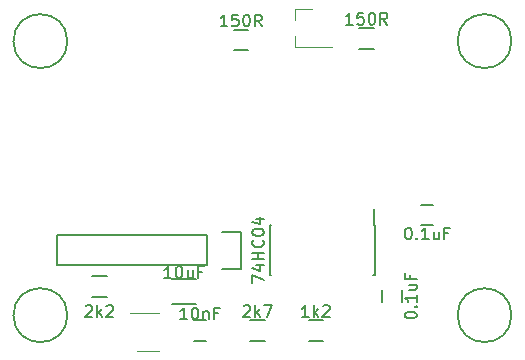
<source format=gbr>
G04 #@! TF.FileFunction,Legend,Top*
%FSLAX46Y46*%
G04 Gerber Fmt 4.6, Leading zero omitted, Abs format (unit mm)*
G04 Created by KiCad (PCBNEW 4.0.5+dfsg1-4) date Wed Oct 11 15:00:53 2017*
%MOMM*%
%LPD*%
G01*
G04 APERTURE LIST*
%ADD10C,0.100000*%
%ADD11C,0.150000*%
%ADD12C,0.120000*%
G04 APERTURE END LIST*
D10*
D11*
X141414880Y-98397760D02*
X141414880Y-97397760D01*
X139714880Y-97397760D02*
X139714880Y-98397760D01*
X123764880Y-101647760D02*
X124764880Y-101647760D01*
X124764880Y-99947760D02*
X123764880Y-99947760D01*
X123914880Y-96472760D02*
X121914880Y-96472760D01*
X121914880Y-98522760D02*
X123914880Y-98522760D01*
X124894880Y-95267760D02*
X112194880Y-95267760D01*
X112194880Y-95267760D02*
X112194880Y-92727760D01*
X112194880Y-92727760D02*
X124894880Y-92727760D01*
X127714880Y-95547760D02*
X126164880Y-95547760D01*
X124894880Y-95267760D02*
X124894880Y-92727760D01*
X126164880Y-92447760D02*
X127714880Y-92447760D01*
X127714880Y-92447760D02*
X127714880Y-95547760D01*
D12*
X132336000Y-73604000D02*
X132336000Y-74534000D01*
X132336000Y-76764000D02*
X132336000Y-75834000D01*
X132336000Y-76764000D02*
X135496000Y-76764000D01*
X132336000Y-73604000D02*
X133796000Y-73604000D01*
D11*
X134689880Y-101672760D02*
X133489880Y-101672760D01*
X133489880Y-99922760D02*
X134689880Y-99922760D01*
X129739880Y-101672760D02*
X128539880Y-101672760D01*
X128539880Y-99922760D02*
X129739880Y-99922760D01*
X116364880Y-97972760D02*
X115164880Y-97972760D01*
X115164880Y-96222760D02*
X116364880Y-96222760D01*
X138979200Y-76922600D02*
X137779200Y-76922600D01*
X137779200Y-75172600D02*
X138979200Y-75172600D01*
X127162000Y-75325000D02*
X128362000Y-75325000D01*
X128362000Y-77075000D02*
X127162000Y-77075000D01*
D12*
X118964880Y-102507760D02*
X120764880Y-102507760D01*
X120764880Y-99287760D02*
X118314880Y-99287760D01*
D11*
X139070000Y-91905000D02*
X139045000Y-91905000D01*
X139070000Y-96055000D02*
X138955000Y-96055000D01*
X130170000Y-96055000D02*
X130285000Y-96055000D01*
X130170000Y-91905000D02*
X130285000Y-91905000D01*
X139070000Y-91905000D02*
X139070000Y-96055000D01*
X130170000Y-91905000D02*
X130170000Y-96055000D01*
X139045000Y-91905000D02*
X139045000Y-90530000D01*
X143010000Y-91883600D02*
X144010000Y-91883600D01*
X144010000Y-90183600D02*
X143010000Y-90183600D01*
X113050880Y-76297760D02*
G75*
G03X113050880Y-76297760I-2286000J0D01*
G01*
X150650880Y-76297760D02*
G75*
G03X150650880Y-76297760I-2286000J0D01*
G01*
X113050880Y-99497760D02*
G75*
G03X113050880Y-99497760I-2286000J0D01*
G01*
X150650880Y-99497760D02*
G75*
G03X150650880Y-99497760I-2286000J0D01*
G01*
X141617261Y-99540617D02*
X141617261Y-99445378D01*
X141664880Y-99350140D01*
X141712499Y-99302521D01*
X141807737Y-99254902D01*
X141998213Y-99207283D01*
X142236309Y-99207283D01*
X142426785Y-99254902D01*
X142522023Y-99302521D01*
X142569642Y-99350140D01*
X142617261Y-99445378D01*
X142617261Y-99540617D01*
X142569642Y-99635855D01*
X142522023Y-99683474D01*
X142426785Y-99731093D01*
X142236309Y-99778712D01*
X141998213Y-99778712D01*
X141807737Y-99731093D01*
X141712499Y-99683474D01*
X141664880Y-99635855D01*
X141617261Y-99540617D01*
X142522023Y-98778712D02*
X142569642Y-98731093D01*
X142617261Y-98778712D01*
X142569642Y-98826331D01*
X142522023Y-98778712D01*
X142617261Y-98778712D01*
X142617261Y-97778712D02*
X142617261Y-98350141D01*
X142617261Y-98064427D02*
X141617261Y-98064427D01*
X141760118Y-98159665D01*
X141855356Y-98254903D01*
X141902975Y-98350141D01*
X141950594Y-96921569D02*
X142617261Y-96921569D01*
X141950594Y-97350141D02*
X142474404Y-97350141D01*
X142569642Y-97302522D01*
X142617261Y-97207284D01*
X142617261Y-97064426D01*
X142569642Y-96969188D01*
X142522023Y-96921569D01*
X142093451Y-96112045D02*
X142093451Y-96445379D01*
X142617261Y-96445379D02*
X141617261Y-96445379D01*
X141617261Y-95969188D01*
X123193452Y-99850141D02*
X122622023Y-99850141D01*
X122907737Y-99850141D02*
X122907737Y-98850141D01*
X122812499Y-98992998D01*
X122717261Y-99088236D01*
X122622023Y-99135855D01*
X123812499Y-98850141D02*
X123907738Y-98850141D01*
X124002976Y-98897760D01*
X124050595Y-98945379D01*
X124098214Y-99040617D01*
X124145833Y-99231093D01*
X124145833Y-99469189D01*
X124098214Y-99659665D01*
X124050595Y-99754903D01*
X124002976Y-99802522D01*
X123907738Y-99850141D01*
X123812499Y-99850141D01*
X123717261Y-99802522D01*
X123669642Y-99754903D01*
X123622023Y-99659665D01*
X123574404Y-99469189D01*
X123574404Y-99231093D01*
X123622023Y-99040617D01*
X123669642Y-98945379D01*
X123717261Y-98897760D01*
X123812499Y-98850141D01*
X124574404Y-99183474D02*
X124574404Y-99850141D01*
X124574404Y-99278712D02*
X124622023Y-99231093D01*
X124717261Y-99183474D01*
X124860119Y-99183474D01*
X124955357Y-99231093D01*
X125002976Y-99326331D01*
X125002976Y-99850141D01*
X125812500Y-99326331D02*
X125479166Y-99326331D01*
X125479166Y-99850141D02*
X125479166Y-98850141D01*
X125955357Y-98850141D01*
X121843452Y-96350141D02*
X121272023Y-96350141D01*
X121557737Y-96350141D02*
X121557737Y-95350141D01*
X121462499Y-95492998D01*
X121367261Y-95588236D01*
X121272023Y-95635855D01*
X122462499Y-95350141D02*
X122557738Y-95350141D01*
X122652976Y-95397760D01*
X122700595Y-95445379D01*
X122748214Y-95540617D01*
X122795833Y-95731093D01*
X122795833Y-95969189D01*
X122748214Y-96159665D01*
X122700595Y-96254903D01*
X122652976Y-96302522D01*
X122557738Y-96350141D01*
X122462499Y-96350141D01*
X122367261Y-96302522D01*
X122319642Y-96254903D01*
X122272023Y-96159665D01*
X122224404Y-95969189D01*
X122224404Y-95731093D01*
X122272023Y-95540617D01*
X122319642Y-95445379D01*
X122367261Y-95397760D01*
X122462499Y-95350141D01*
X123652976Y-95683474D02*
X123652976Y-96350141D01*
X123224404Y-95683474D02*
X123224404Y-96207284D01*
X123272023Y-96302522D01*
X123367261Y-96350141D01*
X123510119Y-96350141D01*
X123605357Y-96302522D01*
X123652976Y-96254903D01*
X124462500Y-95826331D02*
X124129166Y-95826331D01*
X124129166Y-96350141D02*
X124129166Y-95350141D01*
X124605357Y-95350141D01*
X133494642Y-99650141D02*
X132923213Y-99650141D01*
X133208927Y-99650141D02*
X133208927Y-98650141D01*
X133113689Y-98792998D01*
X133018451Y-98888236D01*
X132923213Y-98935855D01*
X133923213Y-99650141D02*
X133923213Y-98650141D01*
X134018451Y-99269189D02*
X134304166Y-99650141D01*
X134304166Y-98983474D02*
X133923213Y-99364427D01*
X134685118Y-98745379D02*
X134732737Y-98697760D01*
X134827975Y-98650141D01*
X135066071Y-98650141D01*
X135161309Y-98697760D01*
X135208928Y-98745379D01*
X135256547Y-98840617D01*
X135256547Y-98935855D01*
X135208928Y-99078712D01*
X134637499Y-99650141D01*
X135256547Y-99650141D01*
X127973213Y-98745379D02*
X128020832Y-98697760D01*
X128116070Y-98650141D01*
X128354166Y-98650141D01*
X128449404Y-98697760D01*
X128497023Y-98745379D01*
X128544642Y-98840617D01*
X128544642Y-98935855D01*
X128497023Y-99078712D01*
X127925594Y-99650141D01*
X128544642Y-99650141D01*
X128973213Y-99650141D02*
X128973213Y-98650141D01*
X129068451Y-99269189D02*
X129354166Y-99650141D01*
X129354166Y-98983474D02*
X128973213Y-99364427D01*
X129687499Y-98650141D02*
X130354166Y-98650141D01*
X129925594Y-99650141D01*
X114598213Y-98745379D02*
X114645832Y-98697760D01*
X114741070Y-98650141D01*
X114979166Y-98650141D01*
X115074404Y-98697760D01*
X115122023Y-98745379D01*
X115169642Y-98840617D01*
X115169642Y-98935855D01*
X115122023Y-99078712D01*
X114550594Y-99650141D01*
X115169642Y-99650141D01*
X115598213Y-99650141D02*
X115598213Y-98650141D01*
X115693451Y-99269189D02*
X115979166Y-99650141D01*
X115979166Y-98983474D02*
X115598213Y-99364427D01*
X116360118Y-98745379D02*
X116407737Y-98697760D01*
X116502975Y-98650141D01*
X116741071Y-98650141D01*
X116836309Y-98697760D01*
X116883928Y-98745379D01*
X116931547Y-98840617D01*
X116931547Y-98935855D01*
X116883928Y-99078712D01*
X116312499Y-99650141D01*
X116931547Y-99650141D01*
X137212534Y-74899981D02*
X136641105Y-74899981D01*
X136926819Y-74899981D02*
X136926819Y-73899981D01*
X136831581Y-74042838D01*
X136736343Y-74138076D01*
X136641105Y-74185695D01*
X138117296Y-73899981D02*
X137641105Y-73899981D01*
X137593486Y-74376171D01*
X137641105Y-74328552D01*
X137736343Y-74280933D01*
X137974439Y-74280933D01*
X138069677Y-74328552D01*
X138117296Y-74376171D01*
X138164915Y-74471410D01*
X138164915Y-74709505D01*
X138117296Y-74804743D01*
X138069677Y-74852362D01*
X137974439Y-74899981D01*
X137736343Y-74899981D01*
X137641105Y-74852362D01*
X137593486Y-74804743D01*
X138783962Y-73899981D02*
X138879201Y-73899981D01*
X138974439Y-73947600D01*
X139022058Y-73995219D01*
X139069677Y-74090457D01*
X139117296Y-74280933D01*
X139117296Y-74519029D01*
X139069677Y-74709505D01*
X139022058Y-74804743D01*
X138974439Y-74852362D01*
X138879201Y-74899981D01*
X138783962Y-74899981D01*
X138688724Y-74852362D01*
X138641105Y-74804743D01*
X138593486Y-74709505D01*
X138545867Y-74519029D01*
X138545867Y-74280933D01*
X138593486Y-74090457D01*
X138641105Y-73995219D01*
X138688724Y-73947600D01*
X138783962Y-73899981D01*
X140117296Y-74899981D02*
X139783962Y-74423790D01*
X139545867Y-74899981D02*
X139545867Y-73899981D01*
X139926820Y-73899981D01*
X140022058Y-73947600D01*
X140069677Y-73995219D01*
X140117296Y-74090457D01*
X140117296Y-74233314D01*
X140069677Y-74328552D01*
X140022058Y-74376171D01*
X139926820Y-74423790D01*
X139545867Y-74423790D01*
X126595334Y-75052381D02*
X126023905Y-75052381D01*
X126309619Y-75052381D02*
X126309619Y-74052381D01*
X126214381Y-74195238D01*
X126119143Y-74290476D01*
X126023905Y-74338095D01*
X127500096Y-74052381D02*
X127023905Y-74052381D01*
X126976286Y-74528571D01*
X127023905Y-74480952D01*
X127119143Y-74433333D01*
X127357239Y-74433333D01*
X127452477Y-74480952D01*
X127500096Y-74528571D01*
X127547715Y-74623810D01*
X127547715Y-74861905D01*
X127500096Y-74957143D01*
X127452477Y-75004762D01*
X127357239Y-75052381D01*
X127119143Y-75052381D01*
X127023905Y-75004762D01*
X126976286Y-74957143D01*
X128166762Y-74052381D02*
X128262001Y-74052381D01*
X128357239Y-74100000D01*
X128404858Y-74147619D01*
X128452477Y-74242857D01*
X128500096Y-74433333D01*
X128500096Y-74671429D01*
X128452477Y-74861905D01*
X128404858Y-74957143D01*
X128357239Y-75004762D01*
X128262001Y-75052381D01*
X128166762Y-75052381D01*
X128071524Y-75004762D01*
X128023905Y-74957143D01*
X127976286Y-74861905D01*
X127928667Y-74671429D01*
X127928667Y-74433333D01*
X127976286Y-74242857D01*
X128023905Y-74147619D01*
X128071524Y-74100000D01*
X128166762Y-74052381D01*
X129500096Y-75052381D02*
X129166762Y-74576190D01*
X128928667Y-75052381D02*
X128928667Y-74052381D01*
X129309620Y-74052381D01*
X129404858Y-74100000D01*
X129452477Y-74147619D01*
X129500096Y-74242857D01*
X129500096Y-74385714D01*
X129452477Y-74480952D01*
X129404858Y-74528571D01*
X129309620Y-74576190D01*
X128928667Y-74576190D01*
X128697381Y-96765714D02*
X128697381Y-96099047D01*
X129697381Y-96527619D01*
X129030714Y-95289523D02*
X129697381Y-95289523D01*
X128649762Y-95527619D02*
X129364048Y-95765714D01*
X129364048Y-95146666D01*
X129697381Y-94765714D02*
X128697381Y-94765714D01*
X129173571Y-94765714D02*
X129173571Y-94194285D01*
X129697381Y-94194285D02*
X128697381Y-94194285D01*
X129602143Y-93146666D02*
X129649762Y-93194285D01*
X129697381Y-93337142D01*
X129697381Y-93432380D01*
X129649762Y-93575238D01*
X129554524Y-93670476D01*
X129459286Y-93718095D01*
X129268810Y-93765714D01*
X129125952Y-93765714D01*
X128935476Y-93718095D01*
X128840238Y-93670476D01*
X128745000Y-93575238D01*
X128697381Y-93432380D01*
X128697381Y-93337142D01*
X128745000Y-93194285D01*
X128792619Y-93146666D01*
X128697381Y-92527619D02*
X128697381Y-92432380D01*
X128745000Y-92337142D01*
X128792619Y-92289523D01*
X128887857Y-92241904D01*
X129078333Y-92194285D01*
X129316429Y-92194285D01*
X129506905Y-92241904D01*
X129602143Y-92289523D01*
X129649762Y-92337142D01*
X129697381Y-92432380D01*
X129697381Y-92527619D01*
X129649762Y-92622857D01*
X129602143Y-92670476D01*
X129506905Y-92718095D01*
X129316429Y-92765714D01*
X129078333Y-92765714D01*
X128887857Y-92718095D01*
X128792619Y-92670476D01*
X128745000Y-92622857D01*
X128697381Y-92527619D01*
X129030714Y-91337142D02*
X129697381Y-91337142D01*
X128649762Y-91575238D02*
X129364048Y-91813333D01*
X129364048Y-91194285D01*
X141867143Y-92085981D02*
X141962382Y-92085981D01*
X142057620Y-92133600D01*
X142105239Y-92181219D01*
X142152858Y-92276457D01*
X142200477Y-92466933D01*
X142200477Y-92705029D01*
X142152858Y-92895505D01*
X142105239Y-92990743D01*
X142057620Y-93038362D01*
X141962382Y-93085981D01*
X141867143Y-93085981D01*
X141771905Y-93038362D01*
X141724286Y-92990743D01*
X141676667Y-92895505D01*
X141629048Y-92705029D01*
X141629048Y-92466933D01*
X141676667Y-92276457D01*
X141724286Y-92181219D01*
X141771905Y-92133600D01*
X141867143Y-92085981D01*
X142629048Y-92990743D02*
X142676667Y-93038362D01*
X142629048Y-93085981D01*
X142581429Y-93038362D01*
X142629048Y-92990743D01*
X142629048Y-93085981D01*
X143629048Y-93085981D02*
X143057619Y-93085981D01*
X143343333Y-93085981D02*
X143343333Y-92085981D01*
X143248095Y-92228838D01*
X143152857Y-92324076D01*
X143057619Y-92371695D01*
X144486191Y-92419314D02*
X144486191Y-93085981D01*
X144057619Y-92419314D02*
X144057619Y-92943124D01*
X144105238Y-93038362D01*
X144200476Y-93085981D01*
X144343334Y-93085981D01*
X144438572Y-93038362D01*
X144486191Y-92990743D01*
X145295715Y-92562171D02*
X144962381Y-92562171D01*
X144962381Y-93085981D02*
X144962381Y-92085981D01*
X145438572Y-92085981D01*
M02*

</source>
